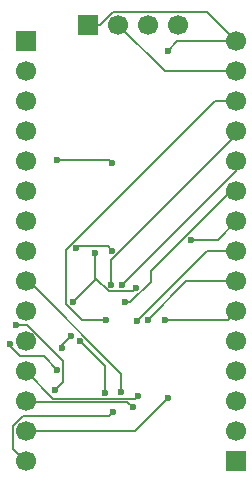
<source format=gbl>
G04 #@! TF.GenerationSoftware,KiCad,Pcbnew,9.0.7*
G04 #@! TF.CreationDate,2026-02-04T18:18:03+11:00*
G04 #@! TF.ProjectId,g3507-base,67333530-372d-4626-9173-652e6b696361,rev?*
G04 #@! TF.SameCoordinates,Original*
G04 #@! TF.FileFunction,Copper,L2,Bot*
G04 #@! TF.FilePolarity,Positive*
%FSLAX46Y46*%
G04 Gerber Fmt 4.6, Leading zero omitted, Abs format (unit mm)*
G04 Created by KiCad (PCBNEW 9.0.7) date 2026-02-04 18:18:03*
%MOMM*%
%LPD*%
G01*
G04 APERTURE LIST*
G04 #@! TA.AperFunction,ComponentPad*
%ADD10R,1.700000X1.700000*%
G04 #@! TD*
G04 #@! TA.AperFunction,ComponentPad*
%ADD11C,1.700000*%
G04 #@! TD*
G04 #@! TA.AperFunction,ViaPad*
%ADD12C,0.600000*%
G04 #@! TD*
G04 #@! TA.AperFunction,Conductor*
%ADD13C,0.127000*%
G04 #@! TD*
G04 APERTURE END LIST*
D10*
X114420000Y-57000000D03*
D11*
X116960000Y-57000000D03*
X119500000Y-57000000D03*
X122040000Y-57000000D03*
D10*
X127000000Y-93980000D03*
D11*
X127000000Y-91440000D03*
X127000000Y-88900000D03*
X127000000Y-86360000D03*
X127000000Y-83820000D03*
X127000000Y-81280000D03*
X127000000Y-78740000D03*
X127000000Y-76200000D03*
X127000000Y-73660000D03*
X127000000Y-71120000D03*
X127000000Y-68580000D03*
X127000000Y-66040000D03*
X127000000Y-63500000D03*
X127000000Y-60960000D03*
X127000000Y-58420000D03*
D10*
X109220000Y-58420000D03*
D11*
X109220000Y-60960000D03*
X109220000Y-63500000D03*
X109220000Y-66040000D03*
X109220000Y-68580000D03*
X109220000Y-71120000D03*
X109220000Y-73660000D03*
X109220000Y-76200000D03*
X109220000Y-78740000D03*
X109220000Y-81280000D03*
X109220000Y-83820000D03*
X109220000Y-86360000D03*
X109220000Y-88900000D03*
X109220000Y-91440000D03*
X109220000Y-93980000D03*
D12*
X116513000Y-68682700D03*
X111809100Y-68438000D03*
X121212400Y-59215200D03*
X118516300Y-79270100D03*
X116569300Y-89812800D03*
X115063500Y-76305600D03*
X113148400Y-80493200D03*
X116489700Y-76147900D03*
X113430800Y-75949300D03*
X111605100Y-87942800D03*
X108303000Y-82435500D03*
X121224900Y-88650300D03*
X118673700Y-88423400D03*
X113040300Y-83334400D03*
X112260900Y-84361800D03*
X107800000Y-84061000D03*
X111828500Y-86202300D03*
X117218900Y-88086700D03*
X118216700Y-89347900D03*
X115940400Y-81992600D03*
X117340300Y-79069700D03*
X118610700Y-82066700D03*
X116380800Y-79007800D03*
X123146400Y-75253600D03*
X120940600Y-81992600D03*
X119521300Y-81992600D03*
X117531800Y-80505400D03*
X113742000Y-83773100D03*
X115865400Y-88164400D03*
D13*
X111827500Y-68421200D02*
X116251500Y-68421200D01*
X111825900Y-68421200D02*
X111809100Y-68438000D01*
X111827500Y-68421200D02*
X111825900Y-68421200D01*
X116251500Y-68421200D02*
X116513000Y-68682700D01*
X122007600Y-58420000D02*
X121212400Y-59215200D01*
X116564900Y-55897300D02*
X124477300Y-55897300D01*
X115063500Y-78427900D02*
X115063500Y-76305600D01*
X109220000Y-93980000D02*
X108129600Y-92889600D01*
X118224500Y-79561900D02*
X116197500Y-79561900D01*
X116197500Y-79561900D02*
X115138600Y-78503000D01*
X124477300Y-55897300D02*
X127000000Y-58420000D01*
X108129600Y-92889600D02*
X108129600Y-90999100D01*
X108129600Y-90999100D02*
X108958700Y-90170000D01*
X116212100Y-90170000D02*
X116569300Y-89812800D01*
X113000000Y-80344800D02*
X113148400Y-80493200D01*
X115063500Y-76305600D02*
X115062400Y-76306700D01*
X115462200Y-57000000D02*
X116564900Y-55897300D01*
X113148400Y-80493200D02*
X113000000Y-80344800D01*
X114420000Y-57000000D02*
X115462200Y-57000000D01*
X115062400Y-76306700D02*
X115063500Y-76305600D01*
X118516300Y-79270100D02*
X118224500Y-79561900D01*
X115138600Y-78503000D02*
X113148400Y-80493200D01*
X127000000Y-58420000D02*
X122007600Y-58420000D01*
X115138600Y-78503000D02*
X115063500Y-78427900D01*
X108958700Y-90170000D02*
X116212100Y-90170000D01*
X127000000Y-60960000D02*
X120920000Y-60960000D01*
X120920000Y-60960000D02*
X116960000Y-57000000D01*
X116489700Y-76147900D02*
X116122200Y-75780400D01*
X113425000Y-75943500D02*
X113430800Y-75949300D01*
X113599700Y-75780400D02*
X113430800Y-75949300D01*
X116122200Y-75780400D02*
X113599700Y-75780400D01*
X113430800Y-75949300D02*
X113425000Y-75943500D01*
X109318600Y-82435600D02*
X108303000Y-82435600D01*
X112320800Y-85437800D02*
X109318600Y-82435600D01*
X111605100Y-87942800D02*
X112320800Y-87227100D01*
X112320800Y-87227100D02*
X112320800Y-85437800D01*
X108303000Y-82435600D02*
X108303000Y-82435500D01*
X118435200Y-91440000D02*
X121224900Y-88650300D01*
X109220000Y-91440000D02*
X118435200Y-91440000D01*
X118440500Y-88656600D02*
X118673700Y-88423400D01*
X111516600Y-88656600D02*
X118440500Y-88656600D01*
X109220000Y-86360000D02*
X111516600Y-88656600D01*
X113040300Y-83334400D02*
X112260900Y-84113800D01*
X112260900Y-84113800D02*
X112260900Y-84361800D01*
X107800000Y-84171000D02*
X108719000Y-85090000D01*
X110716200Y-85090000D02*
X111828500Y-86202300D01*
X108719000Y-85090000D02*
X110716200Y-85090000D01*
X107800000Y-84061000D02*
X107800000Y-84171000D01*
X109405000Y-78740000D02*
X109220000Y-78740000D01*
X117218900Y-86553900D02*
X109405000Y-78740000D01*
X117218900Y-88086700D02*
X117218900Y-86553900D01*
X117781100Y-88912300D02*
X118216700Y-89347900D01*
X109220000Y-88900000D02*
X109232300Y-88912300D01*
X109232300Y-88912300D02*
X117781100Y-88912300D01*
X115940400Y-81992600D02*
X113936900Y-81992600D01*
X125182500Y-63500000D02*
X127000000Y-63500000D01*
X113936900Y-81992600D02*
X112587200Y-80642900D01*
X112587200Y-76095300D02*
X125182500Y-63500000D01*
X112587200Y-80642900D02*
X112587200Y-76095300D01*
X127000000Y-69410000D02*
X127000000Y-68580000D01*
X117340300Y-79069700D02*
X127000000Y-69410000D01*
X124477400Y-76200000D02*
X118610700Y-82066700D01*
X127000000Y-76200000D02*
X124477400Y-76200000D01*
X116380800Y-76952900D02*
X127000000Y-66333700D01*
X116380800Y-79007800D02*
X116380800Y-76952900D01*
X116440400Y-79067400D02*
X116380800Y-79007800D01*
X127000000Y-66333700D02*
X127000000Y-66040000D01*
X116380800Y-79007800D02*
X116440400Y-79067400D01*
X125406400Y-75253600D02*
X127000000Y-73660000D01*
X123146400Y-75253600D02*
X125406400Y-75253600D01*
X120940600Y-81992600D02*
X126287400Y-81992600D01*
X126287400Y-81992600D02*
X127000000Y-81280000D01*
X122773900Y-78740000D02*
X119521300Y-81992600D01*
X127000000Y-78740000D02*
X122773900Y-78740000D01*
X119765600Y-78772300D02*
X118032500Y-80505400D01*
X119765600Y-77891100D02*
X119765600Y-78772300D01*
X127000000Y-71120000D02*
X126536700Y-71120000D01*
X126536700Y-71120000D02*
X119765600Y-77891100D01*
X118032500Y-80505400D02*
X117531800Y-80505400D01*
X115779800Y-88164400D02*
X115865400Y-88164400D01*
X115865400Y-88164400D02*
X115779800Y-88164400D01*
X115865400Y-85896500D02*
X115865400Y-88164400D01*
X113742000Y-83773100D02*
X115865400Y-85896500D01*
M02*

</source>
